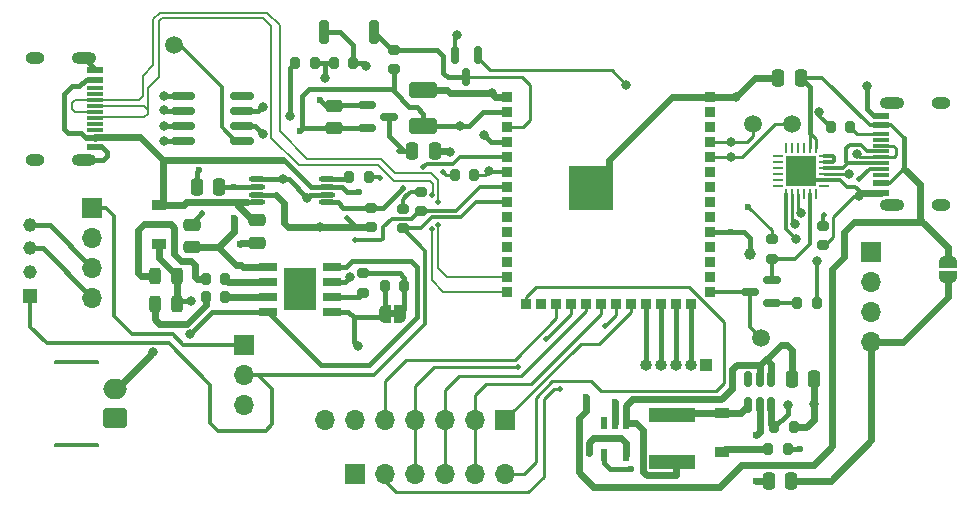
<source format=gtl>
G04 #@! TF.GenerationSoftware,KiCad,Pcbnew,6.0.8-f2edbf62ab~116~ubuntu20.04.1*
G04 #@! TF.CreationDate,2022-10-06T18:38:35+02:00*
G04 #@! TF.ProjectId,IT8951-HAT,49543839-3531-42d4-9841-542e6b696361,v1.2*
G04 #@! TF.SameCoordinates,Original*
G04 #@! TF.FileFunction,Copper,L1,Top*
G04 #@! TF.FilePolarity,Positive*
%FSLAX46Y46*%
G04 Gerber Fmt 4.6, Leading zero omitted, Abs format (unit mm)*
G04 Created by KiCad (PCBNEW 6.0.8-f2edbf62ab~116~ubuntu20.04.1) date 2022-10-06 18:38:35*
%MOMM*%
%LPD*%
G01*
G04 APERTURE LIST*
G04 Aperture macros list*
%AMRoundRect*
0 Rectangle with rounded corners*
0 $1 Rounding radius*
0 $2 $3 $4 $5 $6 $7 $8 $9 X,Y pos of 4 corners*
0 Add a 4 corners polygon primitive as box body*
4,1,4,$2,$3,$4,$5,$6,$7,$8,$9,$2,$3,0*
0 Add four circle primitives for the rounded corners*
1,1,$1+$1,$2,$3*
1,1,$1+$1,$4,$5*
1,1,$1+$1,$6,$7*
1,1,$1+$1,$8,$9*
0 Add four rect primitives between the rounded corners*
20,1,$1+$1,$2,$3,$4,$5,0*
20,1,$1+$1,$4,$5,$6,$7,0*
20,1,$1+$1,$6,$7,$8,$9,0*
20,1,$1+$1,$8,$9,$2,$3,0*%
%AMFreePoly0*
4,1,22,0.500000,-0.750000,0.000000,-0.750000,0.000000,-0.745033,-0.079941,-0.743568,-0.215256,-0.701293,-0.333266,-0.622738,-0.424486,-0.514219,-0.481581,-0.384460,-0.499164,-0.250000,-0.500000,-0.250000,-0.500000,0.250000,-0.499164,0.250000,-0.499963,0.256109,-0.478152,0.396186,-0.417904,0.524511,-0.324060,0.630769,-0.204165,0.706417,-0.067858,0.745374,0.000000,0.744959,0.000000,0.750000,
0.500000,0.750000,0.500000,-0.750000,0.500000,-0.750000,$1*%
%AMFreePoly1*
4,1,20,0.000000,0.744959,0.073905,0.744508,0.209726,0.703889,0.328688,0.626782,0.421226,0.519385,0.479903,0.390333,0.500000,0.250000,0.500000,-0.250000,0.499851,-0.262216,0.476331,-0.402017,0.414519,-0.529596,0.319384,-0.634700,0.198574,-0.708877,0.061801,-0.746166,0.000000,-0.745033,0.000000,-0.750000,-0.500000,-0.750000,-0.500000,0.750000,0.000000,0.750000,0.000000,0.744959,
0.000000,0.744959,$1*%
G04 Aperture macros list end*
G04 #@! TA.AperFunction,NonConductor*
%ADD10C,0.200000*%
G04 #@! TD*
G04 #@! TA.AperFunction,SMDPad,CuDef*
%ADD11R,1.500000X0.650000*%
G04 #@! TD*
G04 #@! TA.AperFunction,SMDPad,CuDef*
%ADD12R,2.700000X3.600000*%
G04 #@! TD*
G04 #@! TA.AperFunction,SMDPad,CuDef*
%ADD13RoundRect,0.250000X-0.475000X0.250000X-0.475000X-0.250000X0.475000X-0.250000X0.475000X0.250000X0*%
G04 #@! TD*
G04 #@! TA.AperFunction,SMDPad,CuDef*
%ADD14RoundRect,0.150000X-0.150000X0.587500X-0.150000X-0.587500X0.150000X-0.587500X0.150000X0.587500X0*%
G04 #@! TD*
G04 #@! TA.AperFunction,SMDPad,CuDef*
%ADD15R,1.200000X0.900000*%
G04 #@! TD*
G04 #@! TA.AperFunction,SMDPad,CuDef*
%ADD16FreePoly0,180.000000*%
G04 #@! TD*
G04 #@! TA.AperFunction,SMDPad,CuDef*
%ADD17FreePoly1,180.000000*%
G04 #@! TD*
G04 #@! TA.AperFunction,SMDPad,CuDef*
%ADD18RoundRect,0.250000X0.925000X-0.412500X0.925000X0.412500X-0.925000X0.412500X-0.925000X-0.412500X0*%
G04 #@! TD*
G04 #@! TA.AperFunction,SMDPad,CuDef*
%ADD19RoundRect,0.250000X-0.250000X-0.475000X0.250000X-0.475000X0.250000X0.475000X-0.250000X0.475000X0*%
G04 #@! TD*
G04 #@! TA.AperFunction,SMDPad,CuDef*
%ADD20C,1.500000*%
G04 #@! TD*
G04 #@! TA.AperFunction,SMDPad,CuDef*
%ADD21RoundRect,0.200000X0.200000X0.275000X-0.200000X0.275000X-0.200000X-0.275000X0.200000X-0.275000X0*%
G04 #@! TD*
G04 #@! TA.AperFunction,ComponentPad*
%ADD22R,1.700000X1.700000*%
G04 #@! TD*
G04 #@! TA.AperFunction,ComponentPad*
%ADD23O,1.700000X1.700000*%
G04 #@! TD*
G04 #@! TA.AperFunction,SMDPad,CuDef*
%ADD24R,4.013200X1.257300*%
G04 #@! TD*
G04 #@! TA.AperFunction,SMDPad,CuDef*
%ADD25C,1.000000*%
G04 #@! TD*
G04 #@! TA.AperFunction,SMDPad,CuDef*
%ADD26RoundRect,0.200000X-0.200000X-0.275000X0.200000X-0.275000X0.200000X0.275000X-0.200000X0.275000X0*%
G04 #@! TD*
G04 #@! TA.AperFunction,SMDPad,CuDef*
%ADD27RoundRect,0.243750X-0.243750X-0.456250X0.243750X-0.456250X0.243750X0.456250X-0.243750X0.456250X0*%
G04 #@! TD*
G04 #@! TA.AperFunction,SMDPad,CuDef*
%ADD28RoundRect,0.150000X0.825000X0.150000X-0.825000X0.150000X-0.825000X-0.150000X0.825000X-0.150000X0*%
G04 #@! TD*
G04 #@! TA.AperFunction,ComponentPad*
%ADD29RoundRect,0.250000X0.750000X-0.600000X0.750000X0.600000X-0.750000X0.600000X-0.750000X-0.600000X0*%
G04 #@! TD*
G04 #@! TA.AperFunction,ComponentPad*
%ADD30O,2.000000X1.700000*%
G04 #@! TD*
G04 #@! TA.AperFunction,SMDPad,CuDef*
%ADD31R,0.838200X0.889000*%
G04 #@! TD*
G04 #@! TA.AperFunction,SMDPad,CuDef*
%ADD32R,0.889000X0.838200*%
G04 #@! TD*
G04 #@! TA.AperFunction,SMDPad,CuDef*
%ADD33R,3.708400X3.708400*%
G04 #@! TD*
G04 #@! TA.AperFunction,SMDPad,CuDef*
%ADD34RoundRect,0.150000X0.587500X0.150000X-0.587500X0.150000X-0.587500X-0.150000X0.587500X-0.150000X0*%
G04 #@! TD*
G04 #@! TA.AperFunction,SMDPad,CuDef*
%ADD35O,1.400000X0.449999*%
G04 #@! TD*
G04 #@! TA.AperFunction,ComponentPad*
%ADD36R,1.000000X1.000000*%
G04 #@! TD*
G04 #@! TA.AperFunction,ComponentPad*
%ADD37O,1.000000X1.000000*%
G04 #@! TD*
G04 #@! TA.AperFunction,SMDPad,CuDef*
%ADD38R,0.500000X1.005599*%
G04 #@! TD*
G04 #@! TA.AperFunction,SMDPad,CuDef*
%ADD39FreePoly0,90.000000*%
G04 #@! TD*
G04 #@! TA.AperFunction,SMDPad,CuDef*
%ADD40FreePoly1,90.000000*%
G04 #@! TD*
G04 #@! TA.AperFunction,SMDPad,CuDef*
%ADD41R,1.450000X0.600000*%
G04 #@! TD*
G04 #@! TA.AperFunction,SMDPad,CuDef*
%ADD42R,1.450000X0.300000*%
G04 #@! TD*
G04 #@! TA.AperFunction,ComponentPad*
%ADD43O,2.100000X1.000000*%
G04 #@! TD*
G04 #@! TA.AperFunction,ComponentPad*
%ADD44O,1.600000X1.000000*%
G04 #@! TD*
G04 #@! TA.AperFunction,SMDPad,CuDef*
%ADD45RoundRect,0.200000X0.275000X-0.200000X0.275000X0.200000X-0.275000X0.200000X-0.275000X-0.200000X0*%
G04 #@! TD*
G04 #@! TA.AperFunction,SMDPad,CuDef*
%ADD46RoundRect,0.062500X0.350000X0.062500X-0.350000X0.062500X-0.350000X-0.062500X0.350000X-0.062500X0*%
G04 #@! TD*
G04 #@! TA.AperFunction,SMDPad,CuDef*
%ADD47RoundRect,0.062500X0.062500X0.350000X-0.062500X0.350000X-0.062500X-0.350000X0.062500X-0.350000X0*%
G04 #@! TD*
G04 #@! TA.AperFunction,SMDPad,CuDef*
%ADD48R,2.600000X2.600000*%
G04 #@! TD*
G04 #@! TA.AperFunction,SMDPad,CuDef*
%ADD49RoundRect,0.250000X0.250000X0.475000X-0.250000X0.475000X-0.250000X-0.475000X0.250000X-0.475000X0*%
G04 #@! TD*
G04 #@! TA.AperFunction,SMDPad,CuDef*
%ADD50RoundRect,0.200000X-0.200000X-0.800000X0.200000X-0.800000X0.200000X0.800000X-0.200000X0.800000X0*%
G04 #@! TD*
G04 #@! TA.AperFunction,SMDPad,CuDef*
%ADD51RoundRect,0.150000X-0.587500X-0.150000X0.587500X-0.150000X0.587500X0.150000X-0.587500X0.150000X0*%
G04 #@! TD*
G04 #@! TA.AperFunction,SMDPad,CuDef*
%ADD52RoundRect,0.200000X-0.275000X0.200000X-0.275000X-0.200000X0.275000X-0.200000X0.275000X0.200000X0*%
G04 #@! TD*
G04 #@! TA.AperFunction,ComponentPad*
%ADD53R,1.150000X1.150000*%
G04 #@! TD*
G04 #@! TA.AperFunction,ComponentPad*
%ADD54C,1.150000*%
G04 #@! TD*
G04 #@! TA.AperFunction,SMDPad,CuDef*
%ADD55RoundRect,0.150000X0.150000X-0.512500X0.150000X0.512500X-0.150000X0.512500X-0.150000X-0.512500X0*%
G04 #@! TD*
G04 #@! TA.AperFunction,SMDPad,CuDef*
%ADD56RoundRect,0.250000X0.475000X-0.250000X0.475000X0.250000X-0.475000X0.250000X-0.475000X-0.250000X0*%
G04 #@! TD*
G04 #@! TA.AperFunction,ViaPad*
%ADD57C,0.500000*%
G04 #@! TD*
G04 #@! TA.AperFunction,ViaPad*
%ADD58C,0.800000*%
G04 #@! TD*
G04 #@! TA.AperFunction,ViaPad*
%ADD59C,0.600000*%
G04 #@! TD*
G04 #@! TA.AperFunction,Conductor*
%ADD60C,0.400000*%
G04 #@! TD*
G04 #@! TA.AperFunction,Conductor*
%ADD61C,0.300000*%
G04 #@! TD*
G04 #@! TA.AperFunction,Conductor*
%ADD62C,0.600000*%
G04 #@! TD*
G04 #@! TA.AperFunction,Conductor*
%ADD63C,0.250000*%
G04 #@! TD*
G04 #@! TA.AperFunction,Conductor*
%ADD64C,0.200000*%
G04 #@! TD*
G04 APERTURE END LIST*
D10*
X80587500Y-77750000D02*
X76962500Y-77750000D01*
X76962500Y-77750000D02*
X76962500Y-77575000D01*
X76962500Y-77575000D02*
X80587500Y-77575000D01*
X80587500Y-77575000D02*
X80587500Y-77750000D01*
X80587500Y-84775000D02*
X76962500Y-84775000D01*
X76962500Y-84775000D02*
X76962500Y-84600000D01*
X76962500Y-84600000D02*
X80587500Y-84600000D01*
X80587500Y-84600000D02*
X80587500Y-84775000D01*
G36*
X105825000Y-73850000D02*
G01*
X105325000Y-73850000D01*
X105325000Y-73250000D01*
X105825000Y-73250000D01*
X105825000Y-73850000D01*
G37*
D11*
X100425000Y-73405000D03*
X100425000Y-72135000D03*
X100425000Y-70865000D03*
X100425000Y-69595000D03*
X95025000Y-69595000D03*
X95025000Y-70865000D03*
X95025000Y-72135000D03*
X95025000Y-73405000D03*
D12*
X97725000Y-71500000D03*
D13*
X88600000Y-66050000D03*
X88600000Y-67950000D03*
D14*
X112775000Y-51687500D03*
X110875000Y-51687500D03*
X111825000Y-53562500D03*
D15*
X85800000Y-67625000D03*
X85800000Y-64325000D03*
D16*
X106225000Y-73550000D03*
D17*
X104925000Y-73550000D03*
D18*
X108175000Y-57662500D03*
X108175000Y-54587500D03*
D19*
X139350000Y-79125000D03*
X141250000Y-79125000D03*
D20*
X139350000Y-57525000D03*
D21*
X102250000Y-52350000D03*
X100600000Y-52350000D03*
X141500000Y-72675000D03*
X139850000Y-72675000D03*
D19*
X89000000Y-62875000D03*
X90900000Y-62875000D03*
D22*
X93025000Y-76200000D03*
D23*
X93025000Y-78740000D03*
X93025000Y-81280000D03*
D24*
X129225000Y-82175150D03*
X129225000Y-86124850D03*
D25*
X135825000Y-68475000D03*
D26*
X137375000Y-85025000D03*
X139025000Y-85025000D03*
D15*
X133450000Y-85300000D03*
X133450000Y-82000000D03*
D21*
X144325000Y-57800000D03*
X142675000Y-57800000D03*
D22*
X115125000Y-82600000D03*
D23*
X112585000Y-82600000D03*
X110045000Y-82600000D03*
X107505000Y-82600000D03*
X104965000Y-82600000D03*
X102425000Y-82600000D03*
X99885000Y-82600000D03*
D27*
X85412500Y-70375000D03*
X87287500Y-70375000D03*
D28*
X92800000Y-58930000D03*
X92800000Y-57660000D03*
X92800000Y-56390000D03*
X92800000Y-55120000D03*
X87850000Y-55120000D03*
X87850000Y-56390000D03*
X87850000Y-57660000D03*
X87850000Y-58930000D03*
D19*
X107225000Y-59750000D03*
X109125000Y-59750000D03*
D20*
X136750000Y-75625000D03*
D29*
X82082500Y-82425000D03*
D30*
X82082500Y-79925000D03*
D26*
X137875000Y-83175000D03*
X139525000Y-83175000D03*
D27*
X85412500Y-72725000D03*
X87287500Y-72725000D03*
D26*
X101900000Y-62025000D03*
X103550000Y-62025000D03*
D31*
X115269100Y-55196300D03*
X115269100Y-56466300D03*
X115269100Y-57736300D03*
X115269100Y-59006300D03*
X115269100Y-60276300D03*
X115269100Y-61546300D03*
X115269100Y-62816300D03*
X115269100Y-64086300D03*
X115269100Y-65356300D03*
X115269100Y-66626300D03*
X115269100Y-67896300D03*
X115269100Y-69166300D03*
X115269100Y-70436300D03*
X115269100Y-71706300D03*
D32*
X116865000Y-72780900D03*
X118135000Y-72780900D03*
X119405000Y-72780900D03*
X120675000Y-72780900D03*
X121945000Y-72780900D03*
X123215000Y-72780900D03*
X124485000Y-72780900D03*
X125755000Y-72780900D03*
X127025000Y-72780900D03*
X128295000Y-72780900D03*
X129565000Y-72780900D03*
X130835000Y-72780900D03*
D31*
X132430900Y-71706300D03*
X132430900Y-70436300D03*
X132430900Y-69166300D03*
X132430900Y-67896300D03*
X132430900Y-66626300D03*
X132430900Y-65356300D03*
X132430900Y-64086300D03*
X132430900Y-62816300D03*
X132430900Y-61546300D03*
X132430900Y-60276300D03*
X132430900Y-59006300D03*
X132430900Y-57736300D03*
X132430900Y-56466300D03*
X132430900Y-55196300D03*
D33*
X122354301Y-62910800D03*
D34*
X137687500Y-72650000D03*
X137687500Y-70750000D03*
X135812500Y-71700000D03*
D35*
X100000002Y-64149999D03*
X100000002Y-63499998D03*
X100000002Y-62849999D03*
X100000002Y-62199998D03*
X94100001Y-62199998D03*
X94100001Y-62849999D03*
X94100001Y-63499998D03*
X94100001Y-64149999D03*
D20*
X136075000Y-57525000D03*
D22*
X80150000Y-64575000D03*
D23*
X80150000Y-67115000D03*
X80150000Y-69655000D03*
X80150000Y-72195000D03*
D36*
X132100000Y-77950000D03*
D37*
X130830000Y-77950000D03*
X129560000Y-77950000D03*
X128290000Y-77950000D03*
X127020000Y-77950000D03*
D38*
X125350001Y-82797201D03*
X124400000Y-82797201D03*
X123449999Y-82797201D03*
X123449999Y-85502799D03*
X125350001Y-85502799D03*
D21*
X106575000Y-71200000D03*
X104925000Y-71200000D03*
D39*
X152575000Y-70500000D03*
D40*
X152575000Y-69200000D03*
D41*
X80390000Y-52970000D03*
X80390000Y-53770000D03*
D42*
X80390000Y-54970000D03*
X80390000Y-55970000D03*
X80390000Y-56470000D03*
X80390000Y-57470000D03*
D41*
X80390000Y-58670000D03*
X80390000Y-59470000D03*
X80390000Y-59470000D03*
X80390000Y-58670000D03*
D42*
X80390000Y-57970000D03*
X80390000Y-56970000D03*
X80390000Y-55470000D03*
X80390000Y-54470000D03*
D41*
X80390000Y-53770000D03*
X80390000Y-52970000D03*
D43*
X79475000Y-51900000D03*
D44*
X75295000Y-60540000D03*
D43*
X79475000Y-60540000D03*
D44*
X75295000Y-51900000D03*
D45*
X106425000Y-66325000D03*
X106425000Y-64675000D03*
D46*
X142087500Y-62745000D03*
X142087500Y-62245000D03*
X142087500Y-61745000D03*
X142087500Y-61245000D03*
X142087500Y-60745000D03*
X142087500Y-60245000D03*
D47*
X141400000Y-59557500D03*
X140900000Y-59557500D03*
X140400000Y-59557500D03*
X139900000Y-59557500D03*
X139400000Y-59557500D03*
X138900000Y-59557500D03*
D46*
X138212500Y-60245000D03*
X138212500Y-60745000D03*
X138212500Y-61245000D03*
X138212500Y-61745000D03*
X138212500Y-62245000D03*
X138212500Y-62745000D03*
D47*
X138900000Y-63432500D03*
X139400000Y-63432500D03*
X139900000Y-63432500D03*
X140400000Y-63432500D03*
X140900000Y-63432500D03*
X141400000Y-63432500D03*
D48*
X140150000Y-61495000D03*
D49*
X139325000Y-87750000D03*
X137425000Y-87750000D03*
D45*
X105650000Y-52850000D03*
X105650000Y-51200000D03*
D41*
X146905000Y-63325000D03*
X146905000Y-62525000D03*
D42*
X146905000Y-61325000D03*
X146905000Y-60325000D03*
X146905000Y-59825000D03*
X146905000Y-58825000D03*
D41*
X146905000Y-57625000D03*
X146905000Y-56825000D03*
X146905000Y-56825000D03*
X146905000Y-57625000D03*
D42*
X146905000Y-58325000D03*
X146905000Y-59325000D03*
X146905000Y-60825000D03*
X146905000Y-61825000D03*
D41*
X146905000Y-62525000D03*
X146905000Y-63325000D03*
D43*
X147820000Y-55755000D03*
X147820000Y-64395000D03*
D44*
X152000000Y-55755000D03*
X152000000Y-64395000D03*
D50*
X99775000Y-49675000D03*
X103975000Y-49675000D03*
D45*
X137675000Y-68925000D03*
X137675000Y-67275000D03*
D22*
X102375000Y-87125000D03*
D23*
X104915000Y-87125000D03*
X107455000Y-87125000D03*
X109995000Y-87125000D03*
X112535000Y-87125000D03*
X115075000Y-87125000D03*
D26*
X110825000Y-61825000D03*
X112475000Y-61825000D03*
D45*
X103075000Y-71800000D03*
X103075000Y-70150000D03*
D26*
X89750000Y-70600000D03*
X91400000Y-70600000D03*
D51*
X103412500Y-55925000D03*
X103412500Y-57825000D03*
X105287500Y-56875000D03*
D52*
X142050000Y-66125000D03*
X142050000Y-67775000D03*
D20*
X87100000Y-50850000D03*
D53*
X74875000Y-72044989D03*
D54*
X74875000Y-70044988D03*
X74875000Y-68044989D03*
X74875000Y-66044988D03*
D52*
X103750000Y-64575000D03*
X103750000Y-66225000D03*
D26*
X89750000Y-72150000D03*
X91400000Y-72150000D03*
D55*
X135700000Y-81332500D03*
X136650000Y-81332500D03*
X137600000Y-81332500D03*
X137600000Y-79057500D03*
X136650000Y-79057500D03*
X135700000Y-79057500D03*
D21*
X98975000Y-52350000D03*
X97325000Y-52350000D03*
D45*
X107950000Y-64875000D03*
X107950000Y-63225000D03*
D56*
X100575000Y-57850000D03*
X100575000Y-55950000D03*
D49*
X140125000Y-53625000D03*
X138225000Y-53625000D03*
D56*
X94075000Y-67550000D03*
X94075000Y-65650000D03*
D22*
X146100000Y-68325000D03*
D23*
X146100000Y-70865000D03*
X146100000Y-73405000D03*
X146100000Y-75945000D03*
D57*
X104475000Y-62050000D03*
D58*
X98350000Y-63750000D03*
X102600000Y-76275000D03*
D59*
X136325000Y-87725000D03*
D58*
X145025000Y-63575000D03*
D59*
X120875000Y-61450000D03*
D58*
X110400000Y-59875000D03*
X145750000Y-54300000D03*
D59*
X123850000Y-64400000D03*
D58*
X103300000Y-52600000D03*
D59*
X99450000Y-55475000D03*
D58*
X141700000Y-56450000D03*
X101950000Y-70450000D03*
D59*
X92650000Y-67675000D03*
D57*
X89450000Y-65000000D03*
D58*
X134650000Y-55200000D03*
X113950000Y-54875000D03*
D59*
X136375000Y-83850000D03*
X89150000Y-61400000D03*
D58*
X96300002Y-62199998D03*
X86175000Y-55100000D03*
D59*
X123850000Y-61425000D03*
X120850000Y-64400000D03*
X124400000Y-81025000D03*
D58*
X141225000Y-81175000D03*
X88525000Y-72525000D03*
X88450000Y-75275000D03*
X96900000Y-56800000D03*
D59*
X92700000Y-69400000D03*
D58*
X85300000Y-76850000D03*
D59*
X92150001Y-62849999D03*
X92150000Y-65500000D03*
D58*
X144900000Y-60075000D03*
X144250000Y-61750000D03*
D57*
X145100000Y-62200000D03*
X142100000Y-65200000D03*
X108900000Y-63525000D03*
X108875000Y-66425000D03*
X109450000Y-66025000D03*
X109450000Y-64100000D03*
X106450000Y-62900000D03*
X108175000Y-61125000D03*
X106150000Y-59775000D03*
D58*
X99400000Y-66225000D03*
D59*
X122175000Y-85400000D03*
D57*
X101675000Y-65425000D03*
D58*
X94600000Y-58350000D03*
D59*
X97700000Y-58075000D03*
D58*
X111287500Y-57662500D03*
D57*
X109800000Y-61550000D03*
X106725000Y-63625000D03*
D58*
X99850000Y-53650000D03*
X113300000Y-58425000D03*
X86175000Y-56300000D03*
X86175000Y-57650000D03*
D57*
X102400000Y-67350000D03*
D58*
X86175000Y-58925000D03*
D57*
X118525000Y-75725000D03*
X119750000Y-79975000D03*
X123550000Y-74625000D03*
X116150000Y-78075000D03*
D59*
X125775000Y-86700000D03*
X134250000Y-66625000D03*
X135675000Y-64500000D03*
D58*
X125337500Y-54162500D03*
D59*
X140050000Y-85050000D03*
D58*
X139025000Y-81275000D03*
X111025000Y-49950000D03*
X141500000Y-69075000D03*
X139750000Y-67275000D03*
X94575000Y-56025000D03*
X113725000Y-61525000D03*
X139650000Y-65975000D03*
X134225000Y-59000000D03*
X134200000Y-60275000D03*
X140125000Y-65000000D03*
D59*
X135875000Y-85025000D03*
X140600000Y-87750000D03*
X102700000Y-63250000D03*
X121975000Y-80650000D03*
D60*
X103412500Y-55925000D02*
X100600000Y-55925000D01*
X81375000Y-59900000D02*
X81375000Y-60225000D01*
D61*
X142087500Y-62245000D02*
X140900000Y-62245000D01*
D60*
X86195000Y-55120000D02*
X86175000Y-55100000D01*
D61*
X141700000Y-56825000D02*
X141700000Y-56450000D01*
D62*
X123850000Y-61425000D02*
X123850000Y-60550000D01*
X141225000Y-81175000D02*
X141225000Y-82550000D01*
X140600000Y-83175000D02*
X139525000Y-83175000D01*
X110425000Y-54875000D02*
X113950000Y-54875000D01*
X134646300Y-55196300D02*
X134650000Y-55200000D01*
D60*
X101830000Y-73405000D02*
X102300000Y-73875000D01*
X100575000Y-55950000D02*
X99925000Y-55950000D01*
D62*
X141225000Y-82550000D02*
X140600000Y-83175000D01*
D60*
X102300000Y-75975000D02*
X102600000Y-76275000D01*
X101125000Y-49675000D02*
X99775000Y-49675000D01*
D62*
X124400000Y-82797201D02*
X124400000Y-81025000D01*
D60*
X81060000Y-60540000D02*
X79475000Y-60540000D01*
X74875000Y-66044988D02*
X76539988Y-66044988D01*
D61*
X140900000Y-62245000D02*
X140150000Y-61495000D01*
D60*
X102250000Y-50800000D02*
X101125000Y-49675000D01*
X80945000Y-59470000D02*
X81375000Y-59900000D01*
D62*
X145275000Y-63325000D02*
X145025000Y-63575000D01*
X141250000Y-79125000D02*
X141250000Y-81150000D01*
D60*
X102250000Y-52350000D02*
X102250000Y-50800000D01*
D62*
X132430900Y-55196300D02*
X134646300Y-55196300D01*
D60*
X87850000Y-55120000D02*
X86195000Y-55120000D01*
X101535000Y-70865000D02*
X101950000Y-70450000D01*
D62*
X108175000Y-54587500D02*
X110137500Y-54587500D01*
D60*
X104575000Y-73875000D02*
X104975000Y-73475000D01*
X146350000Y-56825000D02*
X145750000Y-56225000D01*
D62*
X94075000Y-67550000D02*
X92775000Y-67550000D01*
X137425000Y-87750000D02*
X136350000Y-87750000D01*
D60*
X102300000Y-73875000D02*
X104575000Y-73875000D01*
X88600000Y-65850000D02*
X89450000Y-65000000D01*
D63*
X144675000Y-63575000D02*
X145025000Y-63575000D01*
D61*
X142087500Y-62245000D02*
X143445000Y-62245000D01*
D60*
X100600000Y-55925000D02*
X100575000Y-55950000D01*
D63*
X142200000Y-67775000D02*
X142875000Y-67100000D01*
D61*
X144750000Y-62825000D02*
X145025000Y-63100000D01*
D60*
X99925000Y-55950000D02*
X99450000Y-55475000D01*
X76539988Y-66044988D02*
X80150000Y-69655000D01*
X102300000Y-73875000D02*
X102300000Y-75975000D01*
D62*
X110137500Y-54587500D02*
X110425000Y-54875000D01*
X92775000Y-67550000D02*
X92650000Y-67675000D01*
D61*
X142675000Y-57800000D02*
X141700000Y-56825000D01*
D62*
X114271300Y-55196300D02*
X113950000Y-54875000D01*
D60*
X104925000Y-73550000D02*
X104925000Y-71200000D01*
X100000002Y-63499998D02*
X98600002Y-63499998D01*
D63*
X142875000Y-67100000D02*
X142875000Y-65375000D01*
D61*
X145025000Y-63100000D02*
X145025000Y-63575000D01*
X143445000Y-62245000D02*
X144025000Y-62825000D01*
D62*
X136650000Y-83575000D02*
X136375000Y-83850000D01*
D60*
X96300002Y-62199998D02*
X96799998Y-62199998D01*
X103050000Y-52350000D02*
X103300000Y-52600000D01*
D62*
X136225000Y-53625000D02*
X134650000Y-55200000D01*
X141250000Y-81150000D02*
X141225000Y-81175000D01*
D61*
X104450000Y-62025000D02*
X104475000Y-62050000D01*
D63*
X142050000Y-67775000D02*
X142200000Y-67775000D01*
D60*
X146905000Y-56825000D02*
X146350000Y-56825000D01*
D62*
X129203700Y-55196300D02*
X132430900Y-55196300D01*
D60*
X89000000Y-62875000D02*
X89000000Y-61550000D01*
X100425000Y-73405000D02*
X101830000Y-73405000D01*
D62*
X123850000Y-60550000D02*
X129203700Y-55196300D01*
D60*
X80390000Y-52815000D02*
X79475000Y-51900000D01*
X94100001Y-62199998D02*
X96300002Y-62199998D01*
X102250000Y-52350000D02*
X103050000Y-52350000D01*
D62*
X109125000Y-59750000D02*
X110275000Y-59750000D01*
X115269100Y-55196300D02*
X114271300Y-55196300D01*
D60*
X98600002Y-63499998D02*
X98350000Y-63750000D01*
D62*
X110275000Y-59750000D02*
X110400000Y-59875000D01*
D61*
X103550000Y-62025000D02*
X104450000Y-62025000D01*
D60*
X145750000Y-56225000D02*
X145750000Y-54300000D01*
X88600000Y-66050000D02*
X88600000Y-65850000D01*
D62*
X136650000Y-81332500D02*
X136650000Y-83575000D01*
D60*
X81375000Y-60225000D02*
X81060000Y-60540000D01*
D62*
X138225000Y-53625000D02*
X136225000Y-53625000D01*
D60*
X96799998Y-62199998D02*
X98350000Y-63750000D01*
X89000000Y-61550000D02*
X89150000Y-61400000D01*
D61*
X144025000Y-62825000D02*
X144750000Y-62825000D01*
D63*
X142875000Y-65375000D02*
X144675000Y-63575000D01*
D62*
X136350000Y-87750000D02*
X136325000Y-87725000D01*
X146905000Y-63325000D02*
X145275000Y-63325000D01*
D60*
X100425000Y-70865000D02*
X101535000Y-70865000D01*
X100425000Y-72135000D02*
X102740000Y-72135000D01*
X102740000Y-72135000D02*
X103075000Y-71800000D01*
X107625000Y-69625000D02*
X107625000Y-73850000D01*
X95025000Y-73405000D02*
X91545000Y-73405000D01*
X87487500Y-72525000D02*
X87287500Y-72725000D01*
X88525000Y-72525000D02*
X87487500Y-72525000D01*
X102100000Y-69125000D02*
X107125000Y-69125000D01*
X100425000Y-69595000D02*
X101630000Y-69595000D01*
X88450000Y-75275000D02*
X90320000Y-73405000D01*
D62*
X85800000Y-68887500D02*
X87287500Y-70375000D01*
D60*
X90320000Y-73405000D02*
X91545000Y-73405000D01*
X107125000Y-69125000D02*
X107625000Y-69625000D01*
D62*
X85800000Y-67625000D02*
X85800000Y-68887500D01*
D60*
X103575000Y-77900000D02*
X99520000Y-77900000D01*
X101630000Y-69595000D02*
X102100000Y-69125000D01*
X99520000Y-77900000D02*
X95025000Y-73405000D01*
D62*
X87287500Y-72725000D02*
X87287500Y-70375000D01*
D60*
X107625000Y-73850000D02*
X103575000Y-77900000D01*
D62*
X92150000Y-66625000D02*
X90825000Y-67950000D01*
X82225000Y-79925000D02*
X82082500Y-79925000D01*
D60*
X96900000Y-52775000D02*
X97325000Y-52350000D01*
D62*
X95025000Y-69595000D02*
X92895000Y-69595000D01*
X92895000Y-69595000D02*
X92700000Y-69400000D01*
D60*
X90925001Y-62849999D02*
X90900000Y-62875000D01*
D62*
X92150000Y-65500000D02*
X92150000Y-66625000D01*
X92275000Y-69400000D02*
X90825000Y-67950000D01*
X92700000Y-69400000D02*
X92275000Y-69400000D01*
X85300000Y-76850000D02*
X82225000Y-79925000D01*
D60*
X96900000Y-56800000D02*
X96900000Y-52775000D01*
X94100001Y-62849999D02*
X92150001Y-62849999D01*
X92150001Y-62849999D02*
X90925001Y-62849999D01*
D62*
X90825000Y-67950000D02*
X88600000Y-67950000D01*
X95025000Y-70865000D02*
X91665000Y-70865000D01*
X91665000Y-70865000D02*
X91400000Y-70600000D01*
X91400000Y-72150000D02*
X95010000Y-72150000D01*
X95010000Y-72150000D02*
X95025000Y-72135000D01*
D63*
X147975000Y-59325000D02*
X148225000Y-59575000D01*
X148225000Y-59575000D02*
X148225000Y-60100000D01*
X142092500Y-61750000D02*
X142087500Y-61745000D01*
X146905000Y-59325000D02*
X147975000Y-59325000D01*
X148225000Y-60100000D02*
X148000000Y-60325000D01*
X146905000Y-60325000D02*
X145150000Y-60325000D01*
X148000000Y-60325000D02*
X146905000Y-60325000D01*
X144250000Y-61750000D02*
X142092500Y-61750000D01*
X145150000Y-60325000D02*
X144900000Y-60075000D01*
D61*
X146905000Y-61325000D02*
X145975000Y-61325000D01*
X142050000Y-65250000D02*
X142050000Y-66125000D01*
X142100000Y-65200000D02*
X142050000Y-65250000D01*
X145975000Y-61325000D02*
X145100000Y-62200000D01*
X144300000Y-59250000D02*
X143975000Y-59575000D01*
X146905000Y-60825000D02*
X144100000Y-60825000D01*
X142087500Y-61245000D02*
X143680000Y-61245000D01*
X145200000Y-59250000D02*
X144300000Y-59250000D01*
X146905000Y-59825000D02*
X145775000Y-59825000D01*
X145775000Y-59825000D02*
X145200000Y-59250000D01*
X143975000Y-60700000D02*
X144100000Y-60825000D01*
X143680000Y-61245000D02*
X144100000Y-60825000D01*
X143975000Y-59575000D02*
X143975000Y-60700000D01*
D63*
X144850000Y-58325000D02*
X144325000Y-57800000D01*
X146905000Y-58325000D02*
X144850000Y-58325000D01*
D64*
X84850000Y-56650000D02*
X84555000Y-56945000D01*
X104350000Y-61000000D02*
X97650000Y-61000000D01*
X85775000Y-48800000D02*
X85775000Y-53525000D01*
X85775000Y-53525000D02*
X84850000Y-54450000D01*
X84555000Y-56945000D02*
X80415000Y-56945000D01*
X108975000Y-63450000D02*
X108975000Y-62550000D01*
X94575000Y-48500000D02*
X86075000Y-48500000D01*
X108875000Y-66425000D02*
X108875000Y-70725000D01*
X97650000Y-61000000D02*
X95300000Y-58650000D01*
X84850000Y-54450000D02*
X84850000Y-56300000D01*
X108725000Y-62300000D02*
X105650000Y-62300000D01*
X80415000Y-55945000D02*
X80390000Y-55970000D01*
X109856300Y-71706300D02*
X115269100Y-71706300D01*
X80415000Y-56945000D02*
X80390000Y-56970000D01*
X108875000Y-70725000D02*
X109856300Y-71706300D01*
X108900000Y-63525000D02*
X108975000Y-63450000D01*
X95300000Y-49225000D02*
X94575000Y-48500000D01*
X84850000Y-56300000D02*
X84495000Y-55945000D01*
X108975000Y-62550000D02*
X108725000Y-62300000D01*
X86075000Y-48500000D02*
X85775000Y-48800000D01*
X84850000Y-56300000D02*
X84850000Y-56650000D01*
X95300000Y-58650000D02*
X95300000Y-49225000D01*
X84495000Y-55945000D02*
X80415000Y-55945000D01*
X105650000Y-62300000D02*
X104350000Y-61000000D01*
X85325000Y-48600000D02*
X85325000Y-52550000D01*
X80415000Y-55445000D02*
X80390000Y-55470000D01*
X78680000Y-55470000D02*
X78425000Y-55725000D01*
X94925000Y-48075000D02*
X85850000Y-48075000D01*
X78670000Y-56470000D02*
X80390000Y-56470000D01*
X109450000Y-62275000D02*
X108850000Y-61675000D01*
X109450000Y-69675000D02*
X110211300Y-70436300D01*
X110211300Y-70436300D02*
X115269100Y-70436300D01*
X96000000Y-58125000D02*
X96000000Y-49150000D01*
X108850000Y-61675000D02*
X105775000Y-61675000D01*
X84450000Y-55100000D02*
X84105000Y-55445000D01*
X96000000Y-49150000D02*
X94925000Y-48075000D01*
X84105000Y-55445000D02*
X80415000Y-55445000D01*
X78425000Y-55725000D02*
X78425000Y-56225000D01*
X109450000Y-64100000D02*
X109450000Y-62275000D01*
X109450000Y-66025000D02*
X109450000Y-69675000D01*
X98325000Y-60450000D02*
X96000000Y-58125000D01*
X85325000Y-52550000D02*
X84450000Y-53425000D01*
X105775000Y-61675000D02*
X104550000Y-60450000D01*
X84450000Y-53425000D02*
X84450000Y-55100000D01*
X85850000Y-48075000D02*
X85325000Y-48600000D01*
X80390000Y-55470000D02*
X78680000Y-55470000D01*
X78425000Y-56225000D02*
X78670000Y-56470000D01*
X104550000Y-60450000D02*
X98325000Y-60450000D01*
D60*
X103750000Y-64575000D02*
X104775000Y-64575000D01*
X104775000Y-64575000D02*
X106450000Y-62900000D01*
X100949999Y-64149999D02*
X101375000Y-64575000D01*
D61*
X111298700Y-60276300D02*
X110725000Y-60850000D01*
X108450000Y-60850000D02*
X108175000Y-61125000D01*
D60*
X101375000Y-64575000D02*
X103750000Y-64575000D01*
X100000002Y-64149999D02*
X100949999Y-64149999D01*
D61*
X110725000Y-60850000D02*
X108450000Y-60850000D01*
X115269100Y-60276300D02*
X111298700Y-60276300D01*
D60*
X100000002Y-62199998D02*
X101725002Y-62199998D01*
X101725002Y-62199998D02*
X101900000Y-62025000D01*
X102475000Y-66225000D02*
X101675000Y-65425000D01*
D62*
X125350001Y-84550001D02*
X125350001Y-85502799D01*
X122550000Y-84125000D02*
X124925000Y-84125000D01*
X122175000Y-85400000D02*
X122175000Y-84500000D01*
D60*
X105287500Y-58512500D02*
X105287500Y-56875000D01*
X107225000Y-59750000D02*
X106525000Y-59750000D01*
D62*
X96375000Y-65850000D02*
X96750000Y-66225000D01*
D60*
X106150000Y-59775000D02*
X106175000Y-59750000D01*
X103750000Y-66225000D02*
X102475000Y-66225000D01*
D62*
X96375000Y-64200000D02*
X96375000Y-65850000D01*
X95674998Y-63499998D02*
X96375000Y-64200000D01*
D60*
X106525000Y-59750000D02*
X105287500Y-58512500D01*
D62*
X96750000Y-66225000D02*
X99400000Y-66225000D01*
X99400000Y-66225000D02*
X103750000Y-66225000D01*
D60*
X94100001Y-63499998D02*
X95674998Y-63499998D01*
D62*
X124925000Y-84125000D02*
X125350001Y-84550001D01*
X122175000Y-84500000D02*
X122550000Y-84125000D01*
D60*
X106175000Y-59750000D02*
X106525000Y-59750000D01*
D62*
X137250000Y-77375000D02*
X138425000Y-76200000D01*
X125875000Y-80825000D02*
X125350001Y-81349999D01*
X125350001Y-81349999D02*
X125350001Y-82797201D01*
X134325000Y-79900000D02*
X133400000Y-80825000D01*
X133400000Y-80825000D02*
X130300000Y-80825000D01*
X137600000Y-77825000D02*
X137600000Y-79057500D01*
X136650000Y-77875000D02*
X136650000Y-79057500D01*
X126800000Y-86950000D02*
X127075000Y-87225000D01*
X137150000Y-77375000D02*
X137250000Y-77375000D01*
X138425000Y-76200000D02*
X138950000Y-76200000D01*
X125350001Y-82797201D02*
X126147201Y-82797201D01*
X139350000Y-76600000D02*
X139350000Y-79125000D01*
X127075000Y-87225000D02*
X129575000Y-87225000D01*
X126147201Y-82797201D02*
X126800000Y-83450000D01*
X126800000Y-83450000D02*
X126800000Y-86950000D01*
X138950000Y-76200000D02*
X139350000Y-76600000D01*
X134700000Y-77875000D02*
X134325000Y-78250000D01*
X137150000Y-77375000D02*
X136650000Y-77875000D01*
X136650000Y-77875000D02*
X134700000Y-77875000D01*
X137150000Y-77375000D02*
X137600000Y-77825000D01*
X134325000Y-78250000D02*
X134325000Y-79900000D01*
X129575000Y-87225000D02*
X129575000Y-86474850D01*
X130300000Y-80825000D02*
X125875000Y-80825000D01*
D60*
X103412500Y-57825000D02*
X100600000Y-57825000D01*
X98525000Y-54575000D02*
X105525000Y-54575000D01*
X107000000Y-56050000D02*
X107600000Y-56050000D01*
X92800000Y-57660000D02*
X93910000Y-57660000D01*
D61*
X106725000Y-63625000D02*
X106425000Y-63925000D01*
D60*
X107600000Y-56050000D02*
X108175000Y-56625000D01*
D61*
X107125000Y-63225000D02*
X106725000Y-63625000D01*
D63*
X110075000Y-61825000D02*
X109800000Y-61550000D01*
X110825000Y-61825000D02*
X110075000Y-61825000D01*
D60*
X97925000Y-55175000D02*
X98525000Y-54575000D01*
X97925000Y-57850000D02*
X97700000Y-58075000D01*
X74875000Y-68044989D02*
X75999989Y-68044989D01*
X75999989Y-68044989D02*
X80150000Y-72195000D01*
X93910000Y-57660000D02*
X94600000Y-58350000D01*
X115269100Y-56466300D02*
X113258700Y-56466300D01*
X108175000Y-56625000D02*
X108175000Y-57662500D01*
X100600000Y-57825000D02*
X100575000Y-57850000D01*
X113258700Y-56466300D02*
X112062500Y-57662500D01*
X105525000Y-54575000D02*
X105650000Y-54700000D01*
X105650000Y-54700000D02*
X107000000Y-56050000D01*
X112062500Y-57662500D02*
X111287500Y-57662500D01*
X97925000Y-57850000D02*
X97925000Y-55175000D01*
X105650000Y-52850000D02*
X105650000Y-54700000D01*
D61*
X107950000Y-63225000D02*
X107125000Y-63225000D01*
X106425000Y-63925000D02*
X106425000Y-64675000D01*
D60*
X100575000Y-57850000D02*
X97925000Y-57850000D01*
X111287500Y-57662500D02*
X108175000Y-57662500D01*
X109875000Y-53200000D02*
X110237500Y-53562500D01*
D63*
X116562500Y-53562500D02*
X111825000Y-53562500D01*
D60*
X109875000Y-51750000D02*
X109875000Y-53200000D01*
X110237500Y-53562500D02*
X111825000Y-53562500D01*
X105650000Y-51200000D02*
X109325000Y-51200000D01*
D63*
X117175000Y-57150000D02*
X117175000Y-54175000D01*
D60*
X105650000Y-51200000D02*
X105500000Y-51200000D01*
D63*
X116588700Y-57736300D02*
X117175000Y-57150000D01*
D60*
X105500000Y-51200000D02*
X103975000Y-49675000D01*
D63*
X117175000Y-54175000D02*
X116562500Y-53562500D01*
D60*
X109325000Y-51200000D02*
X109875000Y-51750000D01*
D63*
X115269100Y-57736300D02*
X116588700Y-57736300D01*
D60*
X99825000Y-52350000D02*
X99825000Y-53625000D01*
X113881300Y-59006300D02*
X115269100Y-59006300D01*
X99825000Y-52350000D02*
X100600000Y-52350000D01*
X98975000Y-52350000D02*
X99825000Y-52350000D01*
X113300000Y-58425000D02*
X113881300Y-59006300D01*
X99825000Y-53625000D02*
X99850000Y-53650000D01*
X86265000Y-56390000D02*
X86175000Y-56300000D01*
X87850000Y-56390000D02*
X86265000Y-56390000D01*
X87850000Y-57660000D02*
X86185000Y-57660000D01*
D61*
X86950000Y-75300000D02*
X83525000Y-75300000D01*
X107950000Y-64875000D02*
X107825000Y-64875000D01*
X83525000Y-75300000D02*
X82000000Y-73775000D01*
D60*
X86185000Y-57660000D02*
X86175000Y-57650000D01*
D61*
X107825000Y-64875000D02*
X107625000Y-65075000D01*
X112958700Y-62816300D02*
X115269100Y-62816300D01*
X107625000Y-65075000D02*
X107175000Y-65525000D01*
X104625000Y-67350000D02*
X102400000Y-67350000D01*
X86950000Y-75300000D02*
X87850000Y-76200000D01*
X82000000Y-73775000D02*
X82000000Y-65275000D01*
X104775000Y-66250000D02*
X104775000Y-67200000D01*
X107950000Y-64875000D02*
X110900000Y-64875000D01*
X104775000Y-67200000D02*
X104625000Y-67350000D01*
X81300000Y-64575000D02*
X80150000Y-64575000D01*
X107175000Y-65525000D02*
X105500000Y-65525000D01*
X82000000Y-65275000D02*
X81300000Y-64575000D01*
X87850000Y-76200000D02*
X93025000Y-76200000D01*
X110900000Y-64875000D02*
X112958700Y-62816300D01*
X105500000Y-65525000D02*
X104775000Y-66250000D01*
X94190000Y-78740000D02*
X95375000Y-79925000D01*
X108000000Y-66325000D02*
X106425000Y-66325000D01*
X95375000Y-79925000D02*
X95375000Y-82925000D01*
X103985000Y-78740000D02*
X108325000Y-74400000D01*
X95375000Y-82925000D02*
X94825000Y-83475000D01*
X90825000Y-83475000D02*
X90150000Y-82800000D01*
X115269100Y-64086300D02*
X112663700Y-64086300D01*
D60*
X87850000Y-58930000D02*
X86180000Y-58930000D01*
D61*
X90150000Y-82800000D02*
X90150000Y-79625000D01*
X93025000Y-78740000D02*
X103985000Y-78740000D01*
X93025000Y-78740000D02*
X94190000Y-78740000D01*
X112663700Y-64086300D02*
X111350000Y-65400000D01*
X86612500Y-76087500D02*
X76312500Y-76087500D01*
X76312500Y-76087500D02*
X74875000Y-74650000D01*
X111350000Y-65400000D02*
X108925000Y-65400000D01*
X108925000Y-65400000D02*
X108000000Y-66325000D01*
X74875000Y-74650000D02*
X74875000Y-72044989D01*
X108325000Y-74400000D02*
X108325000Y-68225000D01*
X108325000Y-68225000D02*
X106425000Y-66325000D01*
X90150000Y-79625000D02*
X86612500Y-76087500D01*
X94825000Y-83475000D02*
X90825000Y-83475000D01*
D60*
X86180000Y-58930000D02*
X86175000Y-58925000D01*
D63*
X133650000Y-79425000D02*
X132950000Y-80125000D01*
X116700000Y-87125000D02*
X115075000Y-87125000D01*
X123175000Y-80125000D02*
X122350000Y-79300000D01*
X119100000Y-79300000D02*
X117725000Y-80675000D01*
X117700000Y-71300000D02*
X130700000Y-71300000D01*
X117725000Y-86100000D02*
X117725000Y-80675000D01*
X133650000Y-74250000D02*
X133650000Y-79425000D01*
X132950000Y-80125000D02*
X123175000Y-80125000D01*
X130700000Y-71300000D02*
X133650000Y-74250000D01*
X122350000Y-79300000D02*
X119100000Y-79300000D01*
X117725000Y-86100000D02*
X116700000Y-87125000D01*
X116865000Y-72780900D02*
X116865000Y-72135000D01*
X116865000Y-72135000D02*
X117700000Y-71300000D01*
X115900000Y-77450000D02*
X119405000Y-73945000D01*
X119405000Y-73945000D02*
X119405000Y-72780900D01*
X104915000Y-79235000D02*
X106700000Y-77450000D01*
X106700000Y-77450000D02*
X115900000Y-77450000D01*
X104915000Y-82300000D02*
X104915000Y-79235000D01*
X118400000Y-80775000D02*
X119200000Y-79975000D01*
X120675000Y-73575000D02*
X118525000Y-75725000D01*
X104915000Y-87715000D02*
X105900000Y-88700000D01*
X118400000Y-82775000D02*
X118400000Y-80775000D01*
X118400000Y-87350000D02*
X117050000Y-88700000D01*
X119200000Y-79975000D02*
X119750000Y-79975000D01*
X105900000Y-88700000D02*
X116450000Y-88700000D01*
X117050000Y-88700000D02*
X116450000Y-88700000D01*
X120675000Y-72780900D02*
X120675000Y-73575000D01*
X104915000Y-87125000D02*
X104915000Y-87715000D01*
X118400000Y-82775000D02*
X118400000Y-87350000D01*
X111175000Y-78825000D02*
X116425000Y-78825000D01*
X109995000Y-82300000D02*
X109995000Y-87125000D01*
X109995000Y-80005000D02*
X111175000Y-78825000D01*
X116425000Y-78825000D02*
X121945000Y-73305000D01*
X121945000Y-73305000D02*
X121945000Y-72780900D01*
X109995000Y-82300000D02*
X109995000Y-80005000D01*
X117275000Y-79525000D02*
X123215000Y-73585000D01*
X112535000Y-82300000D02*
X112535000Y-87125000D01*
X123215000Y-73585000D02*
X123215000Y-72780900D01*
X112535000Y-80490000D02*
X113500000Y-79525000D01*
X112535000Y-82300000D02*
X112535000Y-80490000D01*
X113500000Y-79525000D02*
X117275000Y-79525000D01*
X109050000Y-78075000D02*
X116150000Y-78075000D01*
X107455000Y-82300000D02*
X107455000Y-87125000D01*
X107455000Y-82300000D02*
X107455000Y-79670000D01*
X123550000Y-74625000D02*
X124485000Y-73690000D01*
X107455000Y-79670000D02*
X109050000Y-78075000D01*
X124485000Y-73690000D02*
X124485000Y-72780900D01*
X123075000Y-76100000D02*
X121500000Y-76100000D01*
X125755000Y-73420000D02*
X123075000Y-76100000D01*
X115125000Y-82475000D02*
X115125000Y-82600000D01*
X125755000Y-72780900D02*
X125755000Y-73420000D01*
X121500000Y-76100000D02*
X115125000Y-82475000D01*
D60*
X127025000Y-77945000D02*
X127020000Y-77950000D01*
X127025000Y-72780900D02*
X127025000Y-77945000D01*
X128295000Y-77945000D02*
X128290000Y-77950000D01*
X128295000Y-72780900D02*
X128295000Y-77945000D01*
X130835000Y-77945000D02*
X130830000Y-77950000D01*
X130835000Y-72780900D02*
X130835000Y-77945000D01*
X129565000Y-77945000D02*
X129560000Y-77950000D01*
X129565000Y-72780900D02*
X129565000Y-77945000D01*
D61*
X132430900Y-71706300D02*
X135806200Y-71706300D01*
X135812500Y-74687500D02*
X136750000Y-75625000D01*
X135812500Y-71700000D02*
X135812500Y-74687500D01*
X135806200Y-71706300D02*
X135812500Y-71700000D01*
D60*
X123975000Y-86700000D02*
X125775000Y-86700000D01*
X132432200Y-66625000D02*
X132430900Y-66626300D01*
X123449999Y-86174999D02*
X123975000Y-86700000D01*
X123449999Y-85502799D02*
X123449999Y-86174999D01*
X135300000Y-66625000D02*
X134250000Y-66625000D01*
X135825000Y-67150000D02*
X135825000Y-68475000D01*
X135300000Y-66625000D02*
X135825000Y-67150000D01*
X134250000Y-66625000D02*
X132432200Y-66625000D01*
D62*
X129225000Y-81900000D02*
X129225000Y-82175150D01*
X135032500Y-82000000D02*
X135700000Y-81332500D01*
X133450000Y-82000000D02*
X129400150Y-82000000D01*
X133450000Y-82000000D02*
X135032500Y-82000000D01*
D61*
X139600000Y-68925000D02*
X140900000Y-67625000D01*
X137675000Y-68925000D02*
X139600000Y-68925000D01*
X137687500Y-68937500D02*
X137675000Y-68925000D01*
X137687500Y-70750000D02*
X137687500Y-68937500D01*
X140900000Y-67625000D02*
X140900000Y-63432500D01*
D63*
X124125000Y-52950000D02*
X125337500Y-54162500D01*
X113825000Y-52950000D02*
X124125000Y-52950000D01*
X135675000Y-64500000D02*
X137675000Y-66500000D01*
X137675000Y-66500000D02*
X137675000Y-67275000D01*
X112775000Y-51900000D02*
X113825000Y-52950000D01*
X112775000Y-51687500D02*
X112775000Y-51900000D01*
D62*
X84550000Y-65975000D02*
X84025000Y-66500000D01*
X87075000Y-68525000D02*
X87075000Y-66275000D01*
X84025000Y-70125000D02*
X84275000Y-70375000D01*
X88975000Y-70600000D02*
X88800000Y-70425000D01*
X88475000Y-69100000D02*
X87650000Y-69100000D01*
X84275000Y-70375000D02*
X85412500Y-70375000D01*
X84025000Y-66500000D02*
X84025000Y-70125000D01*
X88800000Y-69425000D02*
X88475000Y-69100000D01*
X89750000Y-70600000D02*
X88975000Y-70600000D01*
X86775000Y-65975000D02*
X84550000Y-65975000D01*
X87075000Y-66275000D02*
X86775000Y-65975000D01*
X87650000Y-69100000D02*
X87075000Y-68525000D01*
X88800000Y-70425000D02*
X88800000Y-69425000D01*
X85825000Y-74425000D02*
X85412500Y-74012500D01*
X89750000Y-72150000D02*
X89750000Y-72825000D01*
X88150000Y-74425000D02*
X85825000Y-74425000D01*
X85412500Y-74012500D02*
X85412500Y-72725000D01*
X89750000Y-72825000D02*
X88150000Y-74425000D01*
X137600000Y-81332500D02*
X137600000Y-82900000D01*
D60*
X139025000Y-81275000D02*
X139025000Y-82025000D01*
D62*
X137600000Y-82900000D02*
X137875000Y-83175000D01*
D60*
X140050000Y-85050000D02*
X140025000Y-85025000D01*
X140025000Y-85025000D02*
X139025000Y-85025000D01*
X139025000Y-82025000D02*
X137875000Y-83175000D01*
D61*
X138900000Y-63432500D02*
X138900000Y-66425000D01*
X110875000Y-50100000D02*
X110875000Y-51687500D01*
X138900000Y-66425000D02*
X139750000Y-67275000D01*
X141500000Y-72675000D02*
X141500000Y-69075000D01*
X111025000Y-49950000D02*
X110875000Y-50100000D01*
X137687500Y-72650000D02*
X139825000Y-72650000D01*
X139825000Y-72650000D02*
X139850000Y-72675000D01*
X142855000Y-60745000D02*
X142087500Y-60745000D01*
X142895000Y-60245000D02*
X142925000Y-60275000D01*
X142087500Y-60245000D02*
X142895000Y-60245000D01*
X142925000Y-60275000D02*
X142925000Y-60675000D01*
X142925000Y-60675000D02*
X142855000Y-60745000D01*
X92255000Y-58930000D02*
X92800000Y-58930000D01*
X87100000Y-50850000D02*
X87575000Y-50850000D01*
X87575000Y-50850000D02*
X91100000Y-54375000D01*
X91100000Y-54375000D02*
X91100000Y-57775000D01*
X91100000Y-57775000D02*
X92255000Y-58930000D01*
D60*
X92800000Y-56390000D02*
X94210000Y-56390000D01*
X94210000Y-56390000D02*
X94575000Y-56025000D01*
D61*
X115269100Y-61546300D02*
X113746300Y-61546300D01*
D63*
X112475000Y-61825000D02*
X113425000Y-61825000D01*
D61*
X113746300Y-61546300D02*
X113725000Y-61525000D01*
D63*
X113425000Y-61825000D02*
X113725000Y-61525000D01*
D60*
X103075000Y-70150000D02*
X106200000Y-70150000D01*
X106575000Y-70525000D02*
X106575000Y-71200000D01*
X106200000Y-70150000D02*
X106575000Y-70525000D01*
X106230000Y-73475000D02*
X106275000Y-73475000D01*
X106575000Y-73175000D02*
X106575000Y-71200000D01*
X106275000Y-73475000D02*
X106575000Y-73175000D01*
D63*
X135600000Y-59000000D02*
X136075000Y-58525000D01*
X134225000Y-59000000D02*
X132437200Y-59000000D01*
X132437200Y-59000000D02*
X132430900Y-59006300D01*
X139400000Y-65725000D02*
X139650000Y-65975000D01*
X136075000Y-58525000D02*
X136075000Y-57525000D01*
X139400000Y-63432500D02*
X139400000Y-65725000D01*
X134225000Y-59000000D02*
X135600000Y-59000000D01*
X137925000Y-57525000D02*
X139350000Y-57525000D01*
X134200000Y-60275000D02*
X135175000Y-60275000D01*
X139900000Y-64775000D02*
X140125000Y-65000000D01*
X132432200Y-60275000D02*
X132430900Y-60276300D01*
X134200000Y-60275000D02*
X132432200Y-60275000D01*
X135175000Y-60275000D02*
X137925000Y-57525000D01*
X139900000Y-63432500D02*
X139900000Y-64775000D01*
D62*
X148805000Y-75945000D02*
X152575000Y-72175000D01*
X140600000Y-87750000D02*
X139325000Y-87750000D01*
X133725000Y-85025000D02*
X133450000Y-85300000D01*
X146100000Y-84300000D02*
X146100000Y-75945000D01*
X137375000Y-85025000D02*
X135875000Y-85025000D01*
X142650000Y-87750000D02*
X146100000Y-84300000D01*
X146100000Y-75945000D02*
X148805000Y-75945000D01*
X140600000Y-87750000D02*
X142650000Y-87750000D01*
X135875000Y-85025000D02*
X133725000Y-85025000D01*
X152575000Y-72175000D02*
X152575000Y-70500000D01*
D60*
X79605000Y-53770000D02*
X79050000Y-54325000D01*
X78050000Y-58225000D02*
X79200000Y-58225000D01*
D62*
X86125000Y-60550000D02*
X96250000Y-60550000D01*
D60*
X100000002Y-62849999D02*
X101274999Y-62849999D01*
D62*
X93725000Y-65650000D02*
X92500001Y-64425001D01*
D60*
X140900000Y-54400000D02*
X140125000Y-53625000D01*
X79050000Y-54325000D02*
X78400000Y-54325000D01*
D63*
X140900000Y-59557500D02*
X140900000Y-58300000D01*
D61*
X141950000Y-53625000D02*
X140125000Y-53625000D01*
D62*
X143775000Y-66650000D02*
X144662500Y-65762500D01*
X85800000Y-64325000D02*
X87875000Y-64325000D01*
X84220000Y-58645000D02*
X86125000Y-60550000D01*
X143775000Y-68800000D02*
X143775000Y-66650000D01*
X80415000Y-58645000D02*
X80390000Y-58670000D01*
X148850000Y-61275000D02*
X150200000Y-62625000D01*
X152575000Y-67950000D02*
X152575000Y-69200000D01*
X135100000Y-86350000D02*
X141225000Y-86350000D01*
X94075000Y-65650000D02*
X93725000Y-65650000D01*
X141225000Y-86350000D02*
X142775000Y-84800000D01*
D60*
X98674999Y-62849999D02*
X96375000Y-60550000D01*
X140900000Y-58300000D02*
X140900000Y-54400000D01*
X93225001Y-64149999D02*
X94100001Y-64149999D01*
D62*
X142775000Y-69800000D02*
X143775000Y-68800000D01*
X122550000Y-88200000D02*
X133250000Y-88200000D01*
X92500001Y-64425001D02*
X92500001Y-64149999D01*
X121350000Y-87000000D02*
X122550000Y-88200000D01*
D61*
X145950000Y-57625000D02*
X141950000Y-53625000D01*
D60*
X101675000Y-63250000D02*
X102700000Y-63250000D01*
D62*
X150200000Y-65575000D02*
X150387500Y-65762500D01*
D61*
X146905000Y-57625000D02*
X145950000Y-57625000D01*
D62*
X150387500Y-65762500D02*
X152575000Y-67950000D01*
X87875000Y-64325000D02*
X88050001Y-64149999D01*
X86125000Y-64000000D02*
X85800000Y-64325000D01*
X150200000Y-62625000D02*
X150200000Y-65575000D01*
D61*
X147750000Y-57625000D02*
X146905000Y-57625000D01*
D60*
X79200000Y-58225000D02*
X79645000Y-58670000D01*
D63*
X141400000Y-58800000D02*
X140900000Y-58300000D01*
D62*
X121975000Y-80650000D02*
X121975000Y-81775000D01*
D61*
X146905000Y-62525000D02*
X147650000Y-62525000D01*
D63*
X141400000Y-59557500D02*
X141400000Y-58800000D01*
D60*
X77750000Y-57925000D02*
X78050000Y-58225000D01*
X96375000Y-60550000D02*
X96250000Y-60550000D01*
D62*
X88050001Y-64149999D02*
X93225001Y-64149999D01*
D61*
X147650000Y-62525000D02*
X148850000Y-61325000D01*
D60*
X100000002Y-62849999D02*
X98674999Y-62849999D01*
X101274999Y-62849999D02*
X101675000Y-63250000D01*
D62*
X144662500Y-65762500D02*
X150387500Y-65762500D01*
X133250000Y-88200000D02*
X135100000Y-86350000D01*
X84220000Y-58645000D02*
X80415000Y-58645000D01*
D60*
X148850000Y-58725000D02*
X148850000Y-61275000D01*
D62*
X121350000Y-82400000D02*
X121350000Y-87000000D01*
X142775000Y-84800000D02*
X142775000Y-69800000D01*
D60*
X77750000Y-54975000D02*
X77750000Y-57925000D01*
D62*
X86125000Y-60550000D02*
X86125000Y-64000000D01*
X121975000Y-81775000D02*
X121350000Y-82400000D01*
D60*
X78400000Y-54325000D02*
X77750000Y-54975000D01*
D61*
X148850000Y-58725000D02*
X147750000Y-57625000D01*
M02*

</source>
